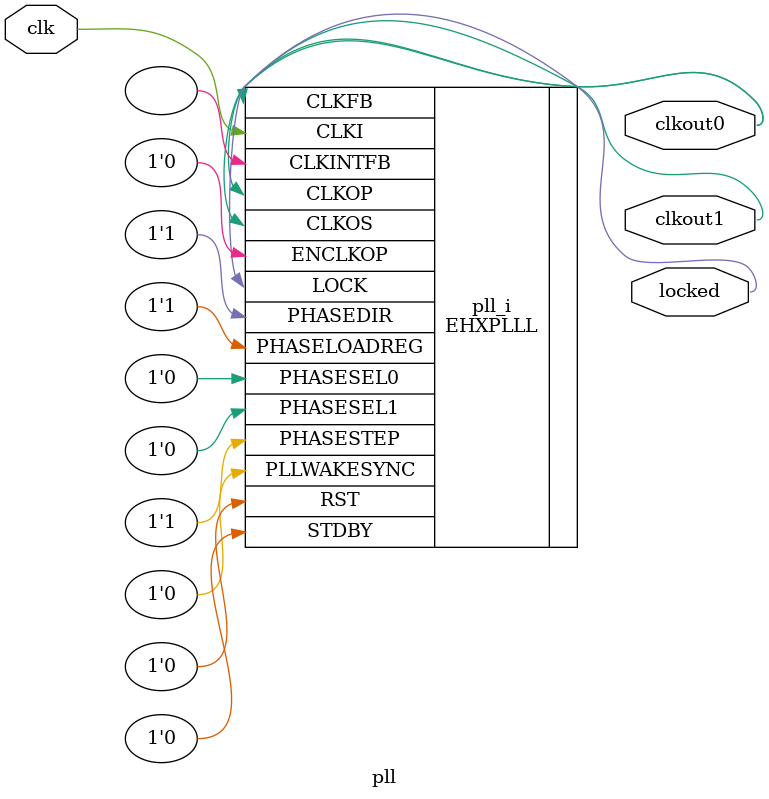
<source format=v>
module pll
(
    input clk, // 25 MHz, 0 deg
    output clkout0, // 12.5 MHz, 0 deg
    output clkout1, // 100 MHz, 0 deg
    output locked
);
(* FREQUENCY_PIN_CLKI="25" *)
(* FREQUENCY_PIN_CLKOP="12.5" *)
(* FREQUENCY_PIN_CLKOS="100" *)
(* ICP_CURRENT="12" *) (* LPF_RESISTOR="8" *) (* MFG_ENABLE_FILTEROPAMP="1" *) (* MFG_GMCREF_SEL="2" *)
EHXPLLL #(
        .PLLRST_ENA("DISABLED"),
        .INTFB_WAKE("DISABLED"),
        .STDBY_ENABLE("DISABLED"),
        .DPHASE_SOURCE("DISABLED"),
        .OUTDIVIDER_MUXA("DIVA"),
        .OUTDIVIDER_MUXB("DIVB"),
        .OUTDIVIDER_MUXC("DIVC"),
        .OUTDIVIDER_MUXD("DIVD"),
        .CLKI_DIV(2),
        .CLKOP_ENABLE("ENABLED"),
        .CLKOP_DIV(48),
        .CLKOP_CPHASE(23),
        .CLKOP_FPHASE(0),
        .CLKOS_ENABLE("ENABLED"),
        .CLKOS_DIV(6),
        .CLKOS_CPHASE(23),
        .CLKOS_FPHASE(0),
        .FEEDBK_PATH("CLKOP"),
        .CLKFB_DIV(1)
    ) pll_i (
        .RST(1'b0),
        .STDBY(1'b0),
        .CLKI(clk),
        .CLKOP(clkout0),
        .CLKOS(clkout1),
        .CLKFB(clkout0),
        .CLKINTFB(),
        .PHASESEL0(1'b0),
        .PHASESEL1(1'b0),
        .PHASEDIR(1'b1),
        .PHASESTEP(1'b1),
        .PHASELOADREG(1'b1),
        .PLLWAKESYNC(1'b0),
        .ENCLKOP(1'b0),
        .LOCK(locked)
	);
endmodule

</source>
